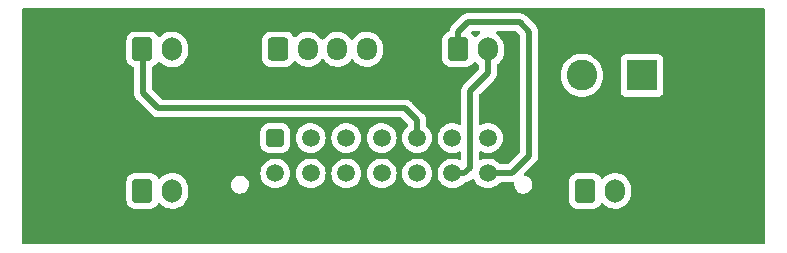
<source format=gbr>
%TF.GenerationSoftware,KiCad,Pcbnew,7.0.10*%
%TF.CreationDate,2025-02-27T15:13:31+08:00*%
%TF.ProjectId,V0-UmbilicalBoard,56302d55-6d62-4696-9c69-63616c426f61,rev?*%
%TF.SameCoordinates,Original*%
%TF.FileFunction,Copper,L2,Bot*%
%TF.FilePolarity,Positive*%
%FSLAX46Y46*%
G04 Gerber Fmt 4.6, Leading zero omitted, Abs format (unit mm)*
G04 Created by KiCad (PCBNEW 7.0.10) date 2025-02-27 15:13:31*
%MOMM*%
%LPD*%
G01*
G04 APERTURE LIST*
G04 Aperture macros list*
%AMRoundRect*
0 Rectangle with rounded corners*
0 $1 Rounding radius*
0 $2 $3 $4 $5 $6 $7 $8 $9 X,Y pos of 4 corners*
0 Add a 4 corners polygon primitive as box body*
4,1,4,$2,$3,$4,$5,$6,$7,$8,$9,$2,$3,0*
0 Add four circle primitives for the rounded corners*
1,1,$1+$1,$2,$3*
1,1,$1+$1,$4,$5*
1,1,$1+$1,$6,$7*
1,1,$1+$1,$8,$9*
0 Add four rect primitives between the rounded corners*
20,1,$1+$1,$2,$3,$4,$5,0*
20,1,$1+$1,$4,$5,$6,$7,0*
20,1,$1+$1,$6,$7,$8,$9,0*
20,1,$1+$1,$8,$9,$2,$3,0*%
G04 Aperture macros list end*
%TA.AperFunction,ComponentPad*%
%ADD10RoundRect,0.250000X-0.600000X-0.725000X0.600000X-0.725000X0.600000X0.725000X-0.600000X0.725000X0*%
%TD*%
%TA.AperFunction,ComponentPad*%
%ADD11O,1.700000X1.950000*%
%TD*%
%TA.AperFunction,ComponentPad*%
%ADD12C,6.400000*%
%TD*%
%TA.AperFunction,ComponentPad*%
%ADD13RoundRect,0.250000X-0.600000X-0.750000X0.600000X-0.750000X0.600000X0.750000X-0.600000X0.750000X0*%
%TD*%
%TA.AperFunction,ComponentPad*%
%ADD14O,1.700000X2.000000*%
%TD*%
%TA.AperFunction,ComponentPad*%
%ADD15R,2.600000X2.600000*%
%TD*%
%TA.AperFunction,ComponentPad*%
%ADD16C,2.600000*%
%TD*%
%TA.AperFunction,ComponentPad*%
%ADD17RoundRect,0.250001X-0.499999X-0.499999X0.499999X-0.499999X0.499999X0.499999X-0.499999X0.499999X0*%
%TD*%
%TA.AperFunction,ComponentPad*%
%ADD18C,1.500000*%
%TD*%
%TA.AperFunction,Conductor*%
%ADD19C,0.500000*%
%TD*%
G04 APERTURE END LIST*
D10*
%TO.P,J2,1,Pin_1*%
%TO.N,/A1*%
X109250000Y-103475000D03*
D11*
%TO.P,J2,2,Pin_2*%
%TO.N,/A2*%
X111750000Y-103475000D03*
%TO.P,J2,3,Pin_3*%
%TO.N,/B1*%
X114250000Y-103475000D03*
%TO.P,J2,4,Pin_4*%
%TO.N,/B2*%
X116750000Y-103475000D03*
%TD*%
D12*
%TO.P,H1,1,1*%
%TO.N,GND*%
X91000000Y-110000000D03*
%TD*%
D13*
%TO.P,J3,1,Pin_1*%
%TO.N,/Hotend_Fan-*%
X135250000Y-115475000D03*
D14*
%TO.P,J3,2,Pin_2*%
%TO.N,/Hotend_Fan+*%
X137750000Y-115475000D03*
%TD*%
D15*
%TO.P,J5,1,Pin_1*%
%TO.N,Net-(J1-Pin_7)*%
X140045000Y-105695000D03*
D16*
%TO.P,J5,2,Pin_2*%
%TO.N,Net-(J1-Pin_6)*%
X134965000Y-105695000D03*
%TD*%
D12*
%TO.P,H2,1,1*%
%TO.N,GND*%
X147000000Y-110000000D03*
%TD*%
D13*
%TO.P,J7,1,Pin_1*%
%TO.N,Net-(J1-Pin_5)*%
X97750000Y-103500000D03*
D14*
%TO.P,J7,2,Pin_2*%
%TO.N,Net-(J1-Pin_8)*%
X100250000Y-103500000D03*
%TD*%
D13*
%TO.P,J4,1,Pin_1*%
%TO.N,/PartFan+*%
X97750000Y-115475000D03*
D14*
%TO.P,J4,2,Pin_2*%
%TO.N,/PartFan-*%
X100250000Y-115475000D03*
%TD*%
D13*
%TO.P,J6,1,Pin_1*%
%TO.N,Net-(J1-Pin_14)*%
X124500000Y-103500000D03*
D14*
%TO.P,J6,2,Pin_2*%
%TO.N,Net-(J1-Pin_13)*%
X127000000Y-103500000D03*
%TD*%
D17*
%TO.P,J1,1,Pin_1*%
%TO.N,/A1*%
X109000000Y-111000000D03*
D18*
%TO.P,J1,2,Pin_2*%
%TO.N,/A2*%
X112000000Y-111000000D03*
%TO.P,J1,3,Pin_3*%
%TO.N,/B1*%
X115000000Y-111000000D03*
%TO.P,J1,4,Pin_4*%
%TO.N,/B2*%
X118000000Y-111000000D03*
%TO.P,J1,5,Pin_5*%
%TO.N,Net-(J1-Pin_5)*%
X121000000Y-111000000D03*
%TO.P,J1,6,Pin_6*%
%TO.N,Net-(J1-Pin_6)*%
X124000000Y-111000000D03*
%TO.P,J1,7,Pin_7*%
%TO.N,Net-(J1-Pin_7)*%
X127000000Y-111000000D03*
%TO.P,J1,8,Pin_8*%
%TO.N,Net-(J1-Pin_8)*%
X109000000Y-114000000D03*
%TO.P,J1,9,Pin_9*%
%TO.N,/PartFan+*%
X112000000Y-114000000D03*
%TO.P,J1,10,Pin_10*%
%TO.N,/PartFan-*%
X115000000Y-114000000D03*
%TO.P,J1,11,Pin_11*%
%TO.N,/Hotend_Fan-*%
X118000000Y-114000000D03*
%TO.P,J1,12,Pin_12*%
%TO.N,/Hotend_Fan+*%
X121000000Y-114000000D03*
%TO.P,J1,13,Pin_13*%
%TO.N,Net-(J1-Pin_13)*%
X124000000Y-114000000D03*
%TO.P,J1,14,Pin_14*%
%TO.N,Net-(J1-Pin_14)*%
X127000000Y-114000000D03*
%TD*%
D19*
%TO.N,Net-(J1-Pin_5)*%
X121000000Y-111000000D02*
X121000000Y-109500000D01*
X97800000Y-107200000D02*
X97800000Y-103550000D01*
X97800000Y-103550000D02*
X97750000Y-103500000D01*
X99100000Y-108500000D02*
X97800000Y-107200000D01*
X121000000Y-109500000D02*
X120000000Y-108500000D01*
X120000000Y-108500000D02*
X99100000Y-108500000D01*
%TO.N,Net-(J1-Pin_13)*%
X127000000Y-105500000D02*
X125500000Y-107000000D01*
X125500000Y-113500000D02*
X125000000Y-114000000D01*
X125500000Y-107000000D02*
X125500000Y-113500000D01*
X127000000Y-103500000D02*
X127000000Y-105500000D01*
X125000000Y-114000000D02*
X124000000Y-114000000D01*
%TO.N,Net-(J1-Pin_14)*%
X125300000Y-101200000D02*
X129700000Y-101200000D01*
X124500000Y-103500000D02*
X124500000Y-102000000D01*
X129000000Y-114000000D02*
X127000000Y-114000000D01*
X130500000Y-112500000D02*
X129000000Y-114000000D01*
X129700000Y-101200000D02*
X130500000Y-102000000D01*
X124500000Y-102000000D02*
X125300000Y-101200000D01*
X130500000Y-102000000D02*
X130500000Y-112500000D01*
%TD*%
%TA.AperFunction,Conductor*%
%TO.N,GND*%
G36*
X150417539Y-100045185D02*
G01*
X150463294Y-100097989D01*
X150474500Y-100149500D01*
X150474500Y-119850500D01*
X150454815Y-119917539D01*
X150402011Y-119963294D01*
X150350500Y-119974500D01*
X87649500Y-119974500D01*
X87582461Y-119954815D01*
X87536706Y-119902011D01*
X87525500Y-119850500D01*
X87525500Y-116275537D01*
X96391500Y-116275537D01*
X96391501Y-116275553D01*
X96402113Y-116379427D01*
X96457884Y-116547735D01*
X96457886Y-116547740D01*
X96470626Y-116568394D01*
X96550970Y-116698652D01*
X96676348Y-116824030D01*
X96827262Y-116917115D01*
X96995574Y-116972887D01*
X97099455Y-116983500D01*
X98400544Y-116983499D01*
X98504426Y-116972887D01*
X98672738Y-116917115D01*
X98823652Y-116824030D01*
X98949030Y-116698652D01*
X99040417Y-116550489D01*
X99092363Y-116503768D01*
X99161326Y-116492545D01*
X99225408Y-116520389D01*
X99235468Y-116529780D01*
X99349228Y-116648476D01*
X99535153Y-116785985D01*
X99741643Y-116890095D01*
X99962757Y-116957811D01*
X100192135Y-116987184D01*
X100423178Y-116977369D01*
X100649238Y-116928649D01*
X100863813Y-116842426D01*
X101060730Y-116721179D01*
X101234324Y-116568398D01*
X101379600Y-116388476D01*
X101442692Y-116275537D01*
X133891500Y-116275537D01*
X133891501Y-116275553D01*
X133902113Y-116379427D01*
X133957884Y-116547735D01*
X133957886Y-116547740D01*
X133970626Y-116568394D01*
X134050970Y-116698652D01*
X134176348Y-116824030D01*
X134327262Y-116917115D01*
X134495574Y-116972887D01*
X134599455Y-116983500D01*
X135900544Y-116983499D01*
X136004426Y-116972887D01*
X136172738Y-116917115D01*
X136323652Y-116824030D01*
X136449030Y-116698652D01*
X136540417Y-116550489D01*
X136592363Y-116503768D01*
X136661326Y-116492545D01*
X136725408Y-116520389D01*
X136735468Y-116529780D01*
X136849228Y-116648476D01*
X137035153Y-116785985D01*
X137241643Y-116890095D01*
X137462757Y-116957811D01*
X137692135Y-116987184D01*
X137923178Y-116977369D01*
X138149238Y-116928649D01*
X138363813Y-116842426D01*
X138560730Y-116721179D01*
X138734324Y-116568398D01*
X138879600Y-116388476D01*
X138992380Y-116186591D01*
X139069419Y-115968550D01*
X139079946Y-115907153D01*
X139108499Y-115740634D01*
X139108500Y-115740623D01*
X139108500Y-115267287D01*
X139108499Y-115267269D01*
X139093802Y-115094586D01*
X139035530Y-114870793D01*
X139035528Y-114870786D01*
X138940283Y-114660080D01*
X138940276Y-114660068D01*
X138810790Y-114468486D01*
X138810786Y-114468481D01*
X138810783Y-114468477D01*
X138650772Y-114301524D01*
X138464847Y-114164015D01*
X138464846Y-114164014D01*
X138464844Y-114164013D01*
X138258358Y-114059905D01*
X138130888Y-114020867D01*
X138037243Y-113992189D01*
X138037241Y-113992188D01*
X138037242Y-113992188D01*
X137807859Y-113962815D01*
X137576827Y-113972630D01*
X137576821Y-113972630D01*
X137350759Y-114021351D01*
X137136190Y-114107572D01*
X136939270Y-114228820D01*
X136765679Y-114381599D01*
X136765674Y-114381604D01*
X136741757Y-114411224D01*
X136684326Y-114451015D01*
X136614498Y-114453440D01*
X136554444Y-114417728D01*
X136539747Y-114398423D01*
X136449030Y-114251348D01*
X136323652Y-114125970D01*
X136172738Y-114032885D01*
X136073487Y-113999997D01*
X136004427Y-113977113D01*
X135900545Y-113966500D01*
X134599462Y-113966500D01*
X134599446Y-113966501D01*
X134495572Y-113977113D01*
X134327264Y-114032884D01*
X134327259Y-114032886D01*
X134176346Y-114125971D01*
X134050971Y-114251346D01*
X133957886Y-114402259D01*
X133957884Y-114402264D01*
X133902113Y-114570572D01*
X133891500Y-114674447D01*
X133891500Y-116275537D01*
X101442692Y-116275537D01*
X101492380Y-116186591D01*
X101569419Y-115968550D01*
X101579946Y-115907153D01*
X101608499Y-115740634D01*
X101608500Y-115740623D01*
X101608500Y-115267287D01*
X101608499Y-115267269D01*
X101593802Y-115094586D01*
X101565143Y-114984520D01*
X105235618Y-114984520D01*
X105255025Y-115094586D01*
X105266489Y-115159599D01*
X105295033Y-115225772D01*
X105336904Y-115322839D01*
X105443067Y-115465439D01*
X105579254Y-115579714D01*
X105657990Y-115619257D01*
X105738118Y-115659499D01*
X105738119Y-115659499D01*
X105738123Y-115659501D01*
X105911110Y-115700500D01*
X105911113Y-115700500D01*
X106044285Y-115700500D01*
X106044292Y-115700500D01*
X106176577Y-115685038D01*
X106343635Y-115624234D01*
X106492168Y-115526543D01*
X106614167Y-115397231D01*
X106703057Y-115243269D01*
X106754045Y-115072958D01*
X106764382Y-114895480D01*
X106733511Y-114720401D01*
X106663096Y-114557162D01*
X106642744Y-114529825D01*
X106556932Y-114414560D01*
X106420746Y-114300286D01*
X106420744Y-114300285D01*
X106261881Y-114220500D01*
X106257122Y-114219372D01*
X106088890Y-114179500D01*
X105955708Y-114179500D01*
X105839958Y-114193029D01*
X105823422Y-114194962D01*
X105823419Y-114194963D01*
X105656367Y-114255764D01*
X105557343Y-114320893D01*
X105507832Y-114353457D01*
X105507831Y-114353457D01*
X105507831Y-114353458D01*
X105385833Y-114482767D01*
X105296944Y-114636728D01*
X105245955Y-114807041D01*
X105245954Y-114807046D01*
X105235618Y-114984519D01*
X105235618Y-114984520D01*
X101565143Y-114984520D01*
X101535530Y-114870793D01*
X101535528Y-114870786D01*
X101440283Y-114660080D01*
X101440276Y-114660068D01*
X101310790Y-114468486D01*
X101310786Y-114468481D01*
X101310783Y-114468477D01*
X101150772Y-114301524D01*
X100964847Y-114164015D01*
X100964846Y-114164014D01*
X100964844Y-114164013D01*
X100758358Y-114059905D01*
X100630888Y-114020867D01*
X100562756Y-114000002D01*
X107736693Y-114000002D01*
X107755884Y-114219365D01*
X107755885Y-114219372D01*
X107758417Y-114228820D01*
X107812880Y-114432076D01*
X107812881Y-114432079D01*
X107812882Y-114432081D01*
X107889781Y-114596992D01*
X107905944Y-114631654D01*
X108032251Y-114812038D01*
X108187962Y-114967749D01*
X108368346Y-115094056D01*
X108567924Y-115187120D01*
X108780629Y-115244115D01*
X108937322Y-115257823D01*
X108999998Y-115263307D01*
X109000000Y-115263307D01*
X109000002Y-115263307D01*
X109054842Y-115258509D01*
X109219371Y-115244115D01*
X109432076Y-115187120D01*
X109631654Y-115094056D01*
X109812038Y-114967749D01*
X109967749Y-114812038D01*
X110094056Y-114631654D01*
X110187120Y-114432076D01*
X110244115Y-114219371D01*
X110263307Y-114000002D01*
X110736693Y-114000002D01*
X110755884Y-114219365D01*
X110755885Y-114219372D01*
X110758417Y-114228820D01*
X110812880Y-114432076D01*
X110812881Y-114432079D01*
X110812882Y-114432081D01*
X110889781Y-114596992D01*
X110905944Y-114631654D01*
X111032251Y-114812038D01*
X111187962Y-114967749D01*
X111368346Y-115094056D01*
X111567924Y-115187120D01*
X111780629Y-115244115D01*
X111937322Y-115257823D01*
X111999998Y-115263307D01*
X112000000Y-115263307D01*
X112000002Y-115263307D01*
X112054842Y-115258509D01*
X112219371Y-115244115D01*
X112432076Y-115187120D01*
X112631654Y-115094056D01*
X112812038Y-114967749D01*
X112967749Y-114812038D01*
X113094056Y-114631654D01*
X113187120Y-114432076D01*
X113244115Y-114219371D01*
X113263307Y-114000002D01*
X113736693Y-114000002D01*
X113755884Y-114219365D01*
X113755885Y-114219372D01*
X113758417Y-114228820D01*
X113812880Y-114432076D01*
X113812881Y-114432079D01*
X113812882Y-114432081D01*
X113889781Y-114596992D01*
X113905944Y-114631654D01*
X114032251Y-114812038D01*
X114187962Y-114967749D01*
X114368346Y-115094056D01*
X114567924Y-115187120D01*
X114780629Y-115244115D01*
X114937322Y-115257823D01*
X114999998Y-115263307D01*
X115000000Y-115263307D01*
X115000002Y-115263307D01*
X115054842Y-115258509D01*
X115219371Y-115244115D01*
X115432076Y-115187120D01*
X115631654Y-115094056D01*
X115812038Y-114967749D01*
X115967749Y-114812038D01*
X116094056Y-114631654D01*
X116187120Y-114432076D01*
X116244115Y-114219371D01*
X116263307Y-114000002D01*
X116736693Y-114000002D01*
X116755884Y-114219365D01*
X116755885Y-114219372D01*
X116758417Y-114228820D01*
X116812880Y-114432076D01*
X116812881Y-114432079D01*
X116812882Y-114432081D01*
X116889781Y-114596992D01*
X116905944Y-114631654D01*
X117032251Y-114812038D01*
X117187962Y-114967749D01*
X117368346Y-115094056D01*
X117567924Y-115187120D01*
X117780629Y-115244115D01*
X117937322Y-115257823D01*
X117999998Y-115263307D01*
X118000000Y-115263307D01*
X118000002Y-115263307D01*
X118054842Y-115258509D01*
X118219371Y-115244115D01*
X118432076Y-115187120D01*
X118631654Y-115094056D01*
X118812038Y-114967749D01*
X118967749Y-114812038D01*
X119094056Y-114631654D01*
X119187120Y-114432076D01*
X119244115Y-114219371D01*
X119263307Y-114000002D01*
X119736693Y-114000002D01*
X119755884Y-114219365D01*
X119755885Y-114219372D01*
X119758417Y-114228820D01*
X119812880Y-114432076D01*
X119812881Y-114432079D01*
X119812882Y-114432081D01*
X119889781Y-114596992D01*
X119905944Y-114631654D01*
X120032251Y-114812038D01*
X120187962Y-114967749D01*
X120368346Y-115094056D01*
X120567924Y-115187120D01*
X120780629Y-115244115D01*
X120937322Y-115257823D01*
X120999998Y-115263307D01*
X121000000Y-115263307D01*
X121000002Y-115263307D01*
X121054842Y-115258509D01*
X121219371Y-115244115D01*
X121432076Y-115187120D01*
X121631654Y-115094056D01*
X121812038Y-114967749D01*
X121967749Y-114812038D01*
X122094056Y-114631654D01*
X122187120Y-114432076D01*
X122244115Y-114219371D01*
X122263307Y-114000002D01*
X122736693Y-114000002D01*
X122755884Y-114219365D01*
X122755885Y-114219372D01*
X122758417Y-114228820D01*
X122812880Y-114432076D01*
X122812881Y-114432079D01*
X122812882Y-114432081D01*
X122889781Y-114596992D01*
X122905944Y-114631654D01*
X123032251Y-114812038D01*
X123187962Y-114967749D01*
X123368346Y-115094056D01*
X123567924Y-115187120D01*
X123780629Y-115244115D01*
X123937322Y-115257823D01*
X123999998Y-115263307D01*
X124000000Y-115263307D01*
X124000002Y-115263307D01*
X124054842Y-115258509D01*
X124219371Y-115244115D01*
X124432076Y-115187120D01*
X124631654Y-115094056D01*
X124812038Y-114967749D01*
X124967749Y-114812038D01*
X124969845Y-114809043D01*
X124971112Y-114808031D01*
X124971228Y-114807893D01*
X124971255Y-114807916D01*
X125024416Y-114765414D01*
X125057022Y-114756998D01*
X125075343Y-114754856D01*
X125078851Y-114754498D01*
X125129822Y-114750039D01*
X125154418Y-114747888D01*
X125154420Y-114747887D01*
X125154426Y-114747887D01*
X125154431Y-114747885D01*
X125161493Y-114746427D01*
X125161502Y-114746474D01*
X125169097Y-114744790D01*
X125169087Y-114744744D01*
X125176108Y-114743079D01*
X125176113Y-114743079D01*
X125247414Y-114717126D01*
X125250708Y-114715981D01*
X125322738Y-114692114D01*
X125322744Y-114692110D01*
X125329284Y-114689061D01*
X125329305Y-114689106D01*
X125336302Y-114685719D01*
X125336280Y-114685675D01*
X125342728Y-114682436D01*
X125342732Y-114682435D01*
X125406103Y-114640753D01*
X125409110Y-114638837D01*
X125473651Y-114599030D01*
X125473656Y-114599024D01*
X125479319Y-114594548D01*
X125479350Y-114594587D01*
X125485374Y-114589680D01*
X125485342Y-114589642D01*
X125490864Y-114585006D01*
X125490874Y-114585001D01*
X125542962Y-114529789D01*
X125545409Y-114527270D01*
X125632873Y-114439806D01*
X125694194Y-114406323D01*
X125763886Y-114411307D01*
X125819819Y-114453179D01*
X125832934Y-114475084D01*
X125905943Y-114631653D01*
X126001241Y-114767751D01*
X126032251Y-114812038D01*
X126187962Y-114967749D01*
X126368346Y-115094056D01*
X126567924Y-115187120D01*
X126780629Y-115244115D01*
X126937322Y-115257823D01*
X126999998Y-115263307D01*
X127000000Y-115263307D01*
X127000002Y-115263307D01*
X127054842Y-115258509D01*
X127219371Y-115244115D01*
X127432076Y-115187120D01*
X127631654Y-115094056D01*
X127812038Y-114967749D01*
X127967749Y-114812038D01*
X127968213Y-114811376D01*
X127968489Y-114811155D01*
X127971231Y-114807888D01*
X127971887Y-114808438D01*
X128022790Y-114767751D01*
X128069787Y-114758500D01*
X128935706Y-114758500D01*
X128953676Y-114759809D01*
X128956174Y-114760174D01*
X128977789Y-114763341D01*
X129027727Y-114758971D01*
X129038534Y-114758500D01*
X129044175Y-114758500D01*
X129044180Y-114758500D01*
X129075371Y-114754853D01*
X129078844Y-114754498D01*
X129106948Y-114752040D01*
X129175447Y-114765807D01*
X129225630Y-114814423D01*
X129241562Y-114882452D01*
X129241543Y-114882777D01*
X129235617Y-114984518D01*
X129235618Y-114984520D01*
X129255025Y-115094586D01*
X129266489Y-115159599D01*
X129295033Y-115225772D01*
X129336904Y-115322839D01*
X129443067Y-115465439D01*
X129579254Y-115579714D01*
X129657990Y-115619257D01*
X129738118Y-115659499D01*
X129738119Y-115659499D01*
X129738123Y-115659501D01*
X129911110Y-115700500D01*
X129911113Y-115700500D01*
X130044285Y-115700500D01*
X130044292Y-115700500D01*
X130176577Y-115685038D01*
X130343635Y-115624234D01*
X130492168Y-115526543D01*
X130614167Y-115397231D01*
X130703057Y-115243269D01*
X130754045Y-115072958D01*
X130764382Y-114895480D01*
X130733511Y-114720401D01*
X130663096Y-114557162D01*
X130642744Y-114529825D01*
X130556932Y-114414560D01*
X130420746Y-114300286D01*
X130420744Y-114300285D01*
X130261877Y-114220498D01*
X130146862Y-114193239D01*
X130086169Y-114158625D01*
X130053826Y-114096692D01*
X130060099Y-114027105D01*
X130087776Y-113984903D01*
X130990880Y-113081799D01*
X131004506Y-113070023D01*
X131024058Y-113055469D01*
X131043543Y-113032247D01*
X131056274Y-113017075D01*
X131063590Y-113009090D01*
X131067580Y-113005101D01*
X131087043Y-112980485D01*
X131089245Y-112977781D01*
X131138032Y-112919640D01*
X131138033Y-112919636D01*
X131138036Y-112919634D01*
X131142003Y-112913603D01*
X131142044Y-112913630D01*
X131146219Y-112907076D01*
X131146177Y-112907050D01*
X131149963Y-112900910D01*
X131149967Y-112900906D01*
X131182008Y-112832189D01*
X131183563Y-112828975D01*
X131217609Y-112761188D01*
X131217611Y-112761179D01*
X131220080Y-112754399D01*
X131220126Y-112754416D01*
X131222678Y-112747075D01*
X131222631Y-112747060D01*
X131224898Y-112740214D01*
X131224902Y-112740207D01*
X131240252Y-112665861D01*
X131240997Y-112662499D01*
X131258500Y-112588656D01*
X131258500Y-112588652D01*
X131258501Y-112588648D01*
X131259339Y-112581483D01*
X131259386Y-112581488D01*
X131260176Y-112573757D01*
X131260129Y-112573753D01*
X131260758Y-112566562D01*
X131258552Y-112490741D01*
X131258500Y-112487135D01*
X131258500Y-105695004D01*
X133151429Y-105695004D01*
X133171683Y-105965289D01*
X133171684Y-105965294D01*
X133231997Y-106229545D01*
X133231999Y-106229554D01*
X133232001Y-106229559D01*
X133331029Y-106481879D01*
X133466557Y-106716621D01*
X133635558Y-106928542D01*
X133834257Y-107112907D01*
X134058215Y-107265599D01*
X134302428Y-107383206D01*
X134561442Y-107463101D01*
X134561443Y-107463101D01*
X134561446Y-107463102D01*
X134829464Y-107503499D01*
X134829469Y-107503499D01*
X134829472Y-107503500D01*
X134829473Y-107503500D01*
X135100527Y-107503500D01*
X135100528Y-107503500D01*
X135143726Y-107496989D01*
X135368553Y-107463102D01*
X135368554Y-107463101D01*
X135368558Y-107463101D01*
X135627572Y-107383206D01*
X135871786Y-107265599D01*
X136095743Y-107112907D01*
X136170380Y-107043654D01*
X138236500Y-107043654D01*
X138243011Y-107104202D01*
X138243011Y-107104204D01*
X138289083Y-107227724D01*
X138294111Y-107241204D01*
X138381739Y-107358261D01*
X138498796Y-107445889D01*
X138635799Y-107496989D01*
X138663050Y-107499918D01*
X138696345Y-107503499D01*
X138696362Y-107503500D01*
X141393638Y-107503500D01*
X141393654Y-107503499D01*
X141420692Y-107500591D01*
X141454201Y-107496989D01*
X141591204Y-107445889D01*
X141708261Y-107358261D01*
X141795889Y-107241204D01*
X141846989Y-107104201D01*
X141850591Y-107070692D01*
X141853499Y-107043654D01*
X141853500Y-107043637D01*
X141853500Y-104346362D01*
X141853499Y-104346345D01*
X141850157Y-104315270D01*
X141846989Y-104285799D01*
X141843451Y-104276314D01*
X141819312Y-104211594D01*
X141795889Y-104148796D01*
X141708261Y-104031739D01*
X141591204Y-103944111D01*
X141589681Y-103943543D01*
X141454203Y-103893011D01*
X141393654Y-103886500D01*
X141393638Y-103886500D01*
X138696362Y-103886500D01*
X138696345Y-103886500D01*
X138635797Y-103893011D01*
X138635795Y-103893011D01*
X138498795Y-103944111D01*
X138381739Y-104031739D01*
X138294111Y-104148795D01*
X138243011Y-104285795D01*
X138243011Y-104285797D01*
X138236500Y-104346345D01*
X138236500Y-107043654D01*
X136170380Y-107043654D01*
X136294442Y-106928542D01*
X136463443Y-106716621D01*
X136598971Y-106481879D01*
X136697999Y-106229559D01*
X136758315Y-105965299D01*
X136762189Y-105913603D01*
X136778571Y-105695004D01*
X136778571Y-105694995D01*
X136758316Y-105424710D01*
X136758315Y-105424705D01*
X136758315Y-105424701D01*
X136697999Y-105160441D01*
X136598971Y-104908121D01*
X136463443Y-104673379D01*
X136294442Y-104461458D01*
X136095743Y-104277093D01*
X135871786Y-104124401D01*
X135871780Y-104124398D01*
X135871779Y-104124397D01*
X135871778Y-104124396D01*
X135627574Y-104006795D01*
X135627576Y-104006795D01*
X135368559Y-103926899D01*
X135368553Y-103926897D01*
X135100535Y-103886500D01*
X135100528Y-103886500D01*
X134829472Y-103886500D01*
X134829464Y-103886500D01*
X134561446Y-103926897D01*
X134561440Y-103926899D01*
X134302427Y-104006794D01*
X134058219Y-104124398D01*
X133834256Y-104277093D01*
X133635560Y-104461456D01*
X133635558Y-104461458D01*
X133466557Y-104673379D01*
X133331029Y-104908120D01*
X133232003Y-105160435D01*
X133231997Y-105160454D01*
X133171684Y-105424705D01*
X133171683Y-105424710D01*
X133151429Y-105694995D01*
X133151429Y-105695004D01*
X131258500Y-105695004D01*
X131258500Y-102064294D01*
X131259809Y-102046324D01*
X131263341Y-102022208D01*
X131258972Y-101972275D01*
X131258500Y-101961466D01*
X131258500Y-101955824D01*
X131258499Y-101955815D01*
X131254862Y-101924700D01*
X131254495Y-101921108D01*
X131247887Y-101845576D01*
X131246427Y-101838503D01*
X131246473Y-101838493D01*
X131244790Y-101830902D01*
X131244744Y-101830914D01*
X131243079Y-101823893D01*
X131243079Y-101823887D01*
X131217120Y-101752566D01*
X131215981Y-101749290D01*
X131192114Y-101677262D01*
X131192111Y-101677257D01*
X131189061Y-101670715D01*
X131189105Y-101670694D01*
X131185717Y-101663695D01*
X131185674Y-101663717D01*
X131182437Y-101657271D01*
X131181534Y-101655898D01*
X131140717Y-101593840D01*
X131138834Y-101590883D01*
X131099030Y-101526349D01*
X131094553Y-101520687D01*
X131094590Y-101520656D01*
X131089681Y-101514629D01*
X131089645Y-101514660D01*
X131085002Y-101509127D01*
X131029825Y-101457070D01*
X131027238Y-101454557D01*
X130281804Y-100709123D01*
X130270022Y-100695490D01*
X130255472Y-100675946D01*
X130255471Y-100675945D01*
X130255469Y-100675942D01*
X130248615Y-100670191D01*
X130217059Y-100643711D01*
X130209085Y-100636404D01*
X130205102Y-100632421D01*
X130205096Y-100632416D01*
X130180512Y-100612976D01*
X130177719Y-100610701D01*
X130119642Y-100561970D01*
X130119640Y-100561968D01*
X130119635Y-100561965D01*
X130113605Y-100557999D01*
X130113630Y-100557959D01*
X130107069Y-100553779D01*
X130107045Y-100553820D01*
X130100907Y-100550034D01*
X130100906Y-100550033D01*
X130100903Y-100550032D01*
X130100899Y-100550029D01*
X130032160Y-100517974D01*
X130028916Y-100516404D01*
X129961185Y-100482389D01*
X129954401Y-100479920D01*
X129954416Y-100479876D01*
X129947071Y-100477322D01*
X129947057Y-100477367D01*
X129940205Y-100475096D01*
X129865926Y-100459758D01*
X129862408Y-100458978D01*
X129788653Y-100441499D01*
X129781482Y-100440661D01*
X129781487Y-100440612D01*
X129773757Y-100439822D01*
X129773753Y-100439870D01*
X129766562Y-100439240D01*
X129690707Y-100441448D01*
X129687101Y-100441500D01*
X125364294Y-100441500D01*
X125346324Y-100440191D01*
X125322206Y-100436658D01*
X125275411Y-100440753D01*
X125272272Y-100441028D01*
X125261466Y-100441500D01*
X125255816Y-100441500D01*
X125224680Y-100445139D01*
X125221097Y-100445505D01*
X125145574Y-100452112D01*
X125138506Y-100453572D01*
X125138496Y-100453528D01*
X125130906Y-100455210D01*
X125130917Y-100455254D01*
X125123886Y-100456920D01*
X125052652Y-100482847D01*
X125049249Y-100484030D01*
X124977262Y-100507885D01*
X124970720Y-100510936D01*
X124970700Y-100510894D01*
X124963696Y-100514285D01*
X124963717Y-100514326D01*
X124957264Y-100517566D01*
X124893900Y-100559241D01*
X124890861Y-100561178D01*
X124826346Y-100600972D01*
X124820683Y-100605450D01*
X124820653Y-100605413D01*
X124814627Y-100610322D01*
X124814657Y-100610357D01*
X124809126Y-100614997D01*
X124757052Y-100670191D01*
X124754541Y-100672776D01*
X124009122Y-101418195D01*
X123995495Y-101429973D01*
X123975941Y-101444531D01*
X123943713Y-101482938D01*
X123936421Y-101490897D01*
X123932420Y-101494898D01*
X123912983Y-101519479D01*
X123910710Y-101522269D01*
X123861967Y-101580360D01*
X123858001Y-101586391D01*
X123857963Y-101586366D01*
X123853782Y-101592928D01*
X123853821Y-101592952D01*
X123850035Y-101599088D01*
X123831168Y-101639547D01*
X123817967Y-101667855D01*
X123816412Y-101671068D01*
X123782391Y-101738810D01*
X123779923Y-101745593D01*
X123779878Y-101745576D01*
X123777322Y-101752932D01*
X123777366Y-101752947D01*
X123775096Y-101759794D01*
X123759758Y-101834073D01*
X123758978Y-101837589D01*
X123741499Y-101911344D01*
X123740661Y-101918519D01*
X123740612Y-101918513D01*
X123738935Y-101934920D01*
X123738028Y-101939310D01*
X123705187Y-102000980D01*
X123655598Y-102031927D01*
X123577262Y-102057885D01*
X123577259Y-102057886D01*
X123426346Y-102150971D01*
X123300971Y-102276346D01*
X123207886Y-102427259D01*
X123207884Y-102427264D01*
X123152113Y-102595572D01*
X123141500Y-102699447D01*
X123141500Y-104300537D01*
X123141501Y-104300553D01*
X123152113Y-104404427D01*
X123207884Y-104572735D01*
X123207886Y-104572740D01*
X123220626Y-104593394D01*
X123300970Y-104723652D01*
X123426348Y-104849030D01*
X123577262Y-104942115D01*
X123745574Y-104997887D01*
X123849455Y-105008500D01*
X125150544Y-105008499D01*
X125254426Y-104997887D01*
X125422738Y-104942115D01*
X125573652Y-104849030D01*
X125699030Y-104723652D01*
X125790417Y-104575489D01*
X125842363Y-104528768D01*
X125911326Y-104517545D01*
X125975408Y-104545389D01*
X125985468Y-104554780D01*
X126099228Y-104673476D01*
X126191235Y-104741523D01*
X126233429Y-104797211D01*
X126241500Y-104841218D01*
X126241500Y-105134456D01*
X126221815Y-105201495D01*
X126205181Y-105222137D01*
X125009122Y-106418195D01*
X124995495Y-106429973D01*
X124975941Y-106444531D01*
X124943713Y-106482938D01*
X124936421Y-106490897D01*
X124932420Y-106494898D01*
X124912983Y-106519479D01*
X124910710Y-106522269D01*
X124861967Y-106580360D01*
X124858001Y-106586391D01*
X124857963Y-106586366D01*
X124853782Y-106592928D01*
X124853821Y-106592952D01*
X124850035Y-106599088D01*
X124831168Y-106639547D01*
X124817967Y-106667855D01*
X124816412Y-106671068D01*
X124782391Y-106738810D01*
X124779923Y-106745593D01*
X124779878Y-106745576D01*
X124777322Y-106752932D01*
X124777366Y-106752947D01*
X124775096Y-106759794D01*
X124759758Y-106834073D01*
X124758978Y-106837589D01*
X124741499Y-106911344D01*
X124740661Y-106918519D01*
X124740613Y-106918513D01*
X124739823Y-106926244D01*
X124739870Y-106926249D01*
X124739240Y-106933438D01*
X124741448Y-107009290D01*
X124741500Y-107012897D01*
X124741500Y-109762525D01*
X124721815Y-109829564D01*
X124669011Y-109875319D01*
X124599853Y-109885263D01*
X124565096Y-109874907D01*
X124432081Y-109812882D01*
X124432079Y-109812881D01*
X124432076Y-109812880D01*
X124280777Y-109772339D01*
X124219372Y-109755885D01*
X124219365Y-109755884D01*
X124000002Y-109736693D01*
X123999998Y-109736693D01*
X123780634Y-109755884D01*
X123780627Y-109755885D01*
X123567920Y-109812881D01*
X123368346Y-109905944D01*
X123368342Y-109905946D01*
X123187967Y-110032247D01*
X123187960Y-110032252D01*
X123032252Y-110187960D01*
X123032247Y-110187967D01*
X122905946Y-110368342D01*
X122905944Y-110368346D01*
X122812881Y-110567920D01*
X122755885Y-110780627D01*
X122755884Y-110780634D01*
X122736693Y-110999997D01*
X122736693Y-111000000D01*
X122755885Y-111219371D01*
X122812880Y-111432076D01*
X122905944Y-111631654D01*
X123032251Y-111812038D01*
X123187962Y-111967749D01*
X123368346Y-112094056D01*
X123567924Y-112187120D01*
X123780629Y-112244115D01*
X123937322Y-112257823D01*
X123999998Y-112263307D01*
X124000000Y-112263307D01*
X124000002Y-112263307D01*
X124054957Y-112258499D01*
X124219371Y-112244115D01*
X124432076Y-112187120D01*
X124565097Y-112125091D01*
X124634173Y-112114600D01*
X124697957Y-112143120D01*
X124736196Y-112201596D01*
X124741500Y-112237474D01*
X124741500Y-112762525D01*
X124721815Y-112829564D01*
X124669011Y-112875319D01*
X124599853Y-112885263D01*
X124565096Y-112874907D01*
X124432081Y-112812882D01*
X124432079Y-112812881D01*
X124432076Y-112812880D01*
X124280777Y-112772339D01*
X124219372Y-112755885D01*
X124219365Y-112755884D01*
X124000002Y-112736693D01*
X123999998Y-112736693D01*
X123780634Y-112755884D01*
X123780627Y-112755885D01*
X123567920Y-112812881D01*
X123368346Y-112905944D01*
X123368342Y-112905946D01*
X123187967Y-113032247D01*
X123187960Y-113032252D01*
X123032252Y-113187960D01*
X123032247Y-113187967D01*
X122905946Y-113368342D01*
X122905944Y-113368346D01*
X122812881Y-113567920D01*
X122755885Y-113780627D01*
X122755884Y-113780634D01*
X122736693Y-113999997D01*
X122736693Y-114000002D01*
X122263307Y-114000002D01*
X122263307Y-114000000D01*
X122260912Y-113972630D01*
X122244115Y-113780634D01*
X122244115Y-113780629D01*
X122187120Y-113567924D01*
X122094056Y-113368347D01*
X122094054Y-113368344D01*
X122094053Y-113368342D01*
X121991453Y-113221815D01*
X121967749Y-113187962D01*
X121812038Y-113032251D01*
X121631654Y-112905944D01*
X121620850Y-112900906D01*
X121432081Y-112812882D01*
X121432079Y-112812881D01*
X121432076Y-112812880D01*
X121280777Y-112772339D01*
X121219372Y-112755885D01*
X121219365Y-112755884D01*
X121000002Y-112736693D01*
X120999998Y-112736693D01*
X120780634Y-112755884D01*
X120780627Y-112755885D01*
X120567920Y-112812881D01*
X120368346Y-112905944D01*
X120368342Y-112905946D01*
X120187967Y-113032247D01*
X120187960Y-113032252D01*
X120032252Y-113187960D01*
X120032247Y-113187967D01*
X119905946Y-113368342D01*
X119905944Y-113368346D01*
X119812881Y-113567920D01*
X119755885Y-113780627D01*
X119755884Y-113780634D01*
X119736693Y-113999997D01*
X119736693Y-114000002D01*
X119263307Y-114000002D01*
X119263307Y-114000000D01*
X119260912Y-113972630D01*
X119244115Y-113780634D01*
X119244115Y-113780629D01*
X119187120Y-113567924D01*
X119094056Y-113368347D01*
X119094054Y-113368344D01*
X119094053Y-113368342D01*
X118991453Y-113221815D01*
X118967749Y-113187962D01*
X118812038Y-113032251D01*
X118631654Y-112905944D01*
X118620850Y-112900906D01*
X118432081Y-112812882D01*
X118432079Y-112812881D01*
X118432076Y-112812880D01*
X118280777Y-112772339D01*
X118219372Y-112755885D01*
X118219365Y-112755884D01*
X118000002Y-112736693D01*
X117999998Y-112736693D01*
X117780634Y-112755884D01*
X117780627Y-112755885D01*
X117567920Y-112812881D01*
X117368346Y-112905944D01*
X117368342Y-112905946D01*
X117187967Y-113032247D01*
X117187960Y-113032252D01*
X117032252Y-113187960D01*
X117032247Y-113187967D01*
X116905946Y-113368342D01*
X116905944Y-113368346D01*
X116812881Y-113567920D01*
X116755885Y-113780627D01*
X116755884Y-113780634D01*
X116736693Y-113999997D01*
X116736693Y-114000002D01*
X116263307Y-114000002D01*
X116263307Y-114000000D01*
X116260912Y-113972630D01*
X116244115Y-113780634D01*
X116244115Y-113780629D01*
X116187120Y-113567924D01*
X116094056Y-113368347D01*
X116094054Y-113368344D01*
X116094053Y-113368342D01*
X115991453Y-113221815D01*
X115967749Y-113187962D01*
X115812038Y-113032251D01*
X115631654Y-112905944D01*
X115620850Y-112900906D01*
X115432081Y-112812882D01*
X115432079Y-112812881D01*
X115432076Y-112812880D01*
X115280777Y-112772339D01*
X115219372Y-112755885D01*
X115219365Y-112755884D01*
X115000002Y-112736693D01*
X114999998Y-112736693D01*
X114780634Y-112755884D01*
X114780627Y-112755885D01*
X114567920Y-112812881D01*
X114368346Y-112905944D01*
X114368342Y-112905946D01*
X114187967Y-113032247D01*
X114187960Y-113032252D01*
X114032252Y-113187960D01*
X114032247Y-113187967D01*
X113905946Y-113368342D01*
X113905944Y-113368346D01*
X113812881Y-113567920D01*
X113755885Y-113780627D01*
X113755884Y-113780634D01*
X113736693Y-113999997D01*
X113736693Y-114000002D01*
X113263307Y-114000002D01*
X113263307Y-114000000D01*
X113260912Y-113972630D01*
X113244115Y-113780634D01*
X113244115Y-113780629D01*
X113187120Y-113567924D01*
X113094056Y-113368347D01*
X113094054Y-113368344D01*
X113094053Y-113368342D01*
X112991453Y-113221815D01*
X112967749Y-113187962D01*
X112812038Y-113032251D01*
X112631654Y-112905944D01*
X112620850Y-112900906D01*
X112432081Y-112812882D01*
X112432079Y-112812881D01*
X112432076Y-112812880D01*
X112280777Y-112772339D01*
X112219372Y-112755885D01*
X112219365Y-112755884D01*
X112000002Y-112736693D01*
X111999998Y-112736693D01*
X111780634Y-112755884D01*
X111780627Y-112755885D01*
X111567920Y-112812881D01*
X111368346Y-112905944D01*
X111368342Y-112905946D01*
X111187967Y-113032247D01*
X111187960Y-113032252D01*
X111032252Y-113187960D01*
X111032247Y-113187967D01*
X110905946Y-113368342D01*
X110905944Y-113368346D01*
X110812881Y-113567920D01*
X110755885Y-113780627D01*
X110755884Y-113780634D01*
X110736693Y-113999997D01*
X110736693Y-114000002D01*
X110263307Y-114000002D01*
X110263307Y-114000000D01*
X110260912Y-113972630D01*
X110244115Y-113780634D01*
X110244115Y-113780629D01*
X110187120Y-113567924D01*
X110094056Y-113368347D01*
X110094054Y-113368344D01*
X110094053Y-113368342D01*
X109991453Y-113221815D01*
X109967749Y-113187962D01*
X109812038Y-113032251D01*
X109631654Y-112905944D01*
X109620850Y-112900906D01*
X109432081Y-112812882D01*
X109432079Y-112812881D01*
X109432076Y-112812880D01*
X109280777Y-112772339D01*
X109219372Y-112755885D01*
X109219365Y-112755884D01*
X109000002Y-112736693D01*
X108999998Y-112736693D01*
X108780634Y-112755884D01*
X108780627Y-112755885D01*
X108567920Y-112812881D01*
X108368346Y-112905944D01*
X108368342Y-112905946D01*
X108187967Y-113032247D01*
X108187960Y-113032252D01*
X108032252Y-113187960D01*
X108032247Y-113187967D01*
X107905946Y-113368342D01*
X107905944Y-113368346D01*
X107812881Y-113567920D01*
X107755885Y-113780627D01*
X107755884Y-113780634D01*
X107736693Y-113999997D01*
X107736693Y-114000002D01*
X100562756Y-114000002D01*
X100537243Y-113992189D01*
X100537241Y-113992188D01*
X100537242Y-113992188D01*
X100307859Y-113962815D01*
X100076827Y-113972630D01*
X100076821Y-113972630D01*
X99850759Y-114021351D01*
X99636190Y-114107572D01*
X99439270Y-114228820D01*
X99265679Y-114381599D01*
X99265674Y-114381604D01*
X99241757Y-114411224D01*
X99184326Y-114451015D01*
X99114498Y-114453440D01*
X99054444Y-114417728D01*
X99039747Y-114398423D01*
X98949030Y-114251348D01*
X98823652Y-114125970D01*
X98672738Y-114032885D01*
X98573487Y-113999997D01*
X98504427Y-113977113D01*
X98400545Y-113966500D01*
X97099462Y-113966500D01*
X97099446Y-113966501D01*
X96995572Y-113977113D01*
X96827264Y-114032884D01*
X96827259Y-114032886D01*
X96676346Y-114125971D01*
X96550971Y-114251346D01*
X96457886Y-114402259D01*
X96457884Y-114402264D01*
X96402113Y-114570572D01*
X96391500Y-114674447D01*
X96391500Y-116275537D01*
X87525500Y-116275537D01*
X87525500Y-111550551D01*
X107741500Y-111550551D01*
X107752113Y-111654428D01*
X107807883Y-111822735D01*
X107807884Y-111822738D01*
X107900967Y-111973647D01*
X107900970Y-111973651D01*
X108026348Y-112099029D01*
X108026352Y-112099032D01*
X108177261Y-112192115D01*
X108177264Y-112192116D01*
X108345571Y-112247886D01*
X108345572Y-112247886D01*
X108345575Y-112247887D01*
X108449456Y-112258500D01*
X108449461Y-112258500D01*
X109550539Y-112258500D01*
X109550544Y-112258500D01*
X109654425Y-112247887D01*
X109822738Y-112192115D01*
X109973651Y-112099030D01*
X110099030Y-111973651D01*
X110192115Y-111822738D01*
X110247887Y-111654425D01*
X110258500Y-111550544D01*
X110258500Y-111000000D01*
X110736693Y-111000000D01*
X110755885Y-111219371D01*
X110812880Y-111432076D01*
X110905944Y-111631654D01*
X111032251Y-111812038D01*
X111187962Y-111967749D01*
X111368346Y-112094056D01*
X111567924Y-112187120D01*
X111780629Y-112244115D01*
X111937322Y-112257823D01*
X111999998Y-112263307D01*
X112000000Y-112263307D01*
X112000002Y-112263307D01*
X112054957Y-112258499D01*
X112219371Y-112244115D01*
X112432076Y-112187120D01*
X112631654Y-112094056D01*
X112812038Y-111967749D01*
X112967749Y-111812038D01*
X113094056Y-111631654D01*
X113187120Y-111432076D01*
X113244115Y-111219371D01*
X113263307Y-111000000D01*
X113736693Y-111000000D01*
X113755885Y-111219371D01*
X113812880Y-111432076D01*
X113905944Y-111631654D01*
X114032251Y-111812038D01*
X114187962Y-111967749D01*
X114368346Y-112094056D01*
X114567924Y-112187120D01*
X114780629Y-112244115D01*
X114937322Y-112257823D01*
X114999998Y-112263307D01*
X115000000Y-112263307D01*
X115000002Y-112263307D01*
X115054957Y-112258499D01*
X115219371Y-112244115D01*
X115432076Y-112187120D01*
X115631654Y-112094056D01*
X115812038Y-111967749D01*
X115967749Y-111812038D01*
X116094056Y-111631654D01*
X116187120Y-111432076D01*
X116244115Y-111219371D01*
X116263307Y-111000000D01*
X116736693Y-111000000D01*
X116755885Y-111219371D01*
X116812880Y-111432076D01*
X116905944Y-111631654D01*
X117032251Y-111812038D01*
X117187962Y-111967749D01*
X117368346Y-112094056D01*
X117567924Y-112187120D01*
X117780629Y-112244115D01*
X117937322Y-112257823D01*
X117999998Y-112263307D01*
X118000000Y-112263307D01*
X118000002Y-112263307D01*
X118054957Y-112258499D01*
X118219371Y-112244115D01*
X118432076Y-112187120D01*
X118631654Y-112094056D01*
X118812038Y-111967749D01*
X118967749Y-111812038D01*
X119094056Y-111631654D01*
X119187120Y-111432076D01*
X119244115Y-111219371D01*
X119263307Y-111000000D01*
X119244115Y-110780629D01*
X119187120Y-110567924D01*
X119094056Y-110368347D01*
X119094054Y-110368344D01*
X119094053Y-110368342D01*
X119030902Y-110278154D01*
X118967749Y-110187962D01*
X118812038Y-110032251D01*
X118631654Y-109905944D01*
X118565978Y-109875319D01*
X118432081Y-109812882D01*
X118432079Y-109812881D01*
X118432076Y-109812880D01*
X118280777Y-109772339D01*
X118219372Y-109755885D01*
X118219365Y-109755884D01*
X118000002Y-109736693D01*
X117999998Y-109736693D01*
X117780634Y-109755884D01*
X117780627Y-109755885D01*
X117567920Y-109812881D01*
X117368346Y-109905944D01*
X117368342Y-109905946D01*
X117187967Y-110032247D01*
X117187960Y-110032252D01*
X117032252Y-110187960D01*
X117032247Y-110187967D01*
X116905946Y-110368342D01*
X116905944Y-110368346D01*
X116812881Y-110567920D01*
X116755885Y-110780627D01*
X116755884Y-110780634D01*
X116736693Y-110999997D01*
X116736693Y-111000000D01*
X116263307Y-111000000D01*
X116244115Y-110780629D01*
X116187120Y-110567924D01*
X116094056Y-110368347D01*
X116094054Y-110368344D01*
X116094053Y-110368342D01*
X116030902Y-110278154D01*
X115967749Y-110187962D01*
X115812038Y-110032251D01*
X115631654Y-109905944D01*
X115565978Y-109875319D01*
X115432081Y-109812882D01*
X115432079Y-109812881D01*
X115432076Y-109812880D01*
X115280777Y-109772339D01*
X115219372Y-109755885D01*
X115219365Y-109755884D01*
X115000002Y-109736693D01*
X114999998Y-109736693D01*
X114780634Y-109755884D01*
X114780627Y-109755885D01*
X114567920Y-109812881D01*
X114368346Y-109905944D01*
X114368342Y-109905946D01*
X114187967Y-110032247D01*
X114187960Y-110032252D01*
X114032252Y-110187960D01*
X114032247Y-110187967D01*
X113905946Y-110368342D01*
X113905944Y-110368346D01*
X113812881Y-110567920D01*
X113755885Y-110780627D01*
X113755884Y-110780634D01*
X113736693Y-110999997D01*
X113736693Y-111000000D01*
X113263307Y-111000000D01*
X113244115Y-110780629D01*
X113187120Y-110567924D01*
X113094056Y-110368347D01*
X113094054Y-110368344D01*
X113094053Y-110368342D01*
X113030902Y-110278154D01*
X112967749Y-110187962D01*
X112812038Y-110032251D01*
X112631654Y-109905944D01*
X112565978Y-109875319D01*
X112432081Y-109812882D01*
X112432079Y-109812881D01*
X112432076Y-109812880D01*
X112280777Y-109772339D01*
X112219372Y-109755885D01*
X112219365Y-109755884D01*
X112000002Y-109736693D01*
X111999998Y-109736693D01*
X111780634Y-109755884D01*
X111780627Y-109755885D01*
X111567920Y-109812881D01*
X111368346Y-109905944D01*
X111368342Y-109905946D01*
X111187967Y-110032247D01*
X111187960Y-110032252D01*
X111032252Y-110187960D01*
X111032247Y-110187967D01*
X110905946Y-110368342D01*
X110905944Y-110368346D01*
X110812881Y-110567920D01*
X110755885Y-110780627D01*
X110755884Y-110780634D01*
X110736693Y-110999997D01*
X110736693Y-111000000D01*
X110258500Y-111000000D01*
X110258500Y-110449456D01*
X110247887Y-110345575D01*
X110247886Y-110345571D01*
X110192116Y-110177264D01*
X110192115Y-110177261D01*
X110099032Y-110026352D01*
X110099029Y-110026348D01*
X109973651Y-109900970D01*
X109973647Y-109900967D01*
X109822738Y-109807884D01*
X109822735Y-109807883D01*
X109654428Y-109752113D01*
X109550551Y-109741500D01*
X109550544Y-109741500D01*
X108449456Y-109741500D01*
X108449448Y-109741500D01*
X108345571Y-109752113D01*
X108177264Y-109807883D01*
X108177261Y-109807884D01*
X108026352Y-109900967D01*
X108026348Y-109900970D01*
X107900970Y-110026348D01*
X107900967Y-110026352D01*
X107807884Y-110177261D01*
X107807883Y-110177264D01*
X107752113Y-110345571D01*
X107741500Y-110449448D01*
X107741500Y-111550551D01*
X87525500Y-111550551D01*
X87525500Y-104300537D01*
X96391500Y-104300537D01*
X96391501Y-104300553D01*
X96402113Y-104404427D01*
X96457884Y-104572735D01*
X96457886Y-104572740D01*
X96470626Y-104593394D01*
X96550970Y-104723652D01*
X96676348Y-104849030D01*
X96827262Y-104942115D01*
X96956504Y-104984940D01*
X97013948Y-105024712D01*
X97040772Y-105089227D01*
X97041500Y-105102646D01*
X97041500Y-107135706D01*
X97040191Y-107153676D01*
X97036658Y-107177791D01*
X97041028Y-107227724D01*
X97041500Y-107238533D01*
X97041500Y-107244183D01*
X97045139Y-107275322D01*
X97045505Y-107278905D01*
X97052112Y-107354426D01*
X97053572Y-107361494D01*
X97053526Y-107361503D01*
X97055209Y-107369094D01*
X97055254Y-107369084D01*
X97056919Y-107376110D01*
X97082854Y-107447367D01*
X97084037Y-107450770D01*
X97101511Y-107503499D01*
X97107886Y-107522738D01*
X97107889Y-107522743D01*
X97110940Y-107529286D01*
X97110896Y-107529306D01*
X97114284Y-107536304D01*
X97114327Y-107536283D01*
X97117568Y-107542737D01*
X97159245Y-107606103D01*
X97161167Y-107609120D01*
X97200970Y-107673651D01*
X97200971Y-107673652D01*
X97200973Y-107673655D01*
X97205451Y-107679318D01*
X97205413Y-107679347D01*
X97210320Y-107685372D01*
X97210357Y-107685342D01*
X97215002Y-107690877D01*
X97270172Y-107742927D01*
X97272760Y-107745441D01*
X98518196Y-108990877D01*
X98529977Y-109004509D01*
X98544531Y-109024058D01*
X98582935Y-109056283D01*
X98590901Y-109063582D01*
X98594900Y-109067581D01*
X98619470Y-109087008D01*
X98622266Y-109089286D01*
X98668006Y-109127665D01*
X98680360Y-109138032D01*
X98680362Y-109138033D01*
X98686396Y-109142002D01*
X98686370Y-109142041D01*
X98692927Y-109146218D01*
X98692953Y-109146178D01*
X98699091Y-109149964D01*
X98699095Y-109149967D01*
X98767831Y-109182019D01*
X98771044Y-109183574D01*
X98838812Y-109217609D01*
X98838817Y-109217610D01*
X98845606Y-109220082D01*
X98845589Y-109220128D01*
X98852924Y-109222677D01*
X98852940Y-109222632D01*
X98859789Y-109224902D01*
X98859794Y-109224903D01*
X98934150Y-109240256D01*
X98937557Y-109241011D01*
X99011344Y-109258500D01*
X99011350Y-109258500D01*
X99018517Y-109259338D01*
X99018511Y-109259386D01*
X99026242Y-109260177D01*
X99026247Y-109260130D01*
X99033437Y-109260759D01*
X99033441Y-109260758D01*
X99033442Y-109260759D01*
X99109293Y-109258552D01*
X99112899Y-109258500D01*
X119634457Y-109258500D01*
X119701496Y-109278185D01*
X119722138Y-109294819D01*
X120205181Y-109777862D01*
X120238666Y-109839185D01*
X120241500Y-109865543D01*
X120241500Y-109930212D01*
X120221815Y-109997251D01*
X120191839Y-110028444D01*
X120192112Y-110028769D01*
X120189093Y-110031302D01*
X120188637Y-110031777D01*
X120187974Y-110032240D01*
X120187958Y-110032254D01*
X120032252Y-110187960D01*
X120032247Y-110187967D01*
X119905946Y-110368342D01*
X119905944Y-110368346D01*
X119812881Y-110567920D01*
X119755885Y-110780627D01*
X119755884Y-110780634D01*
X119736693Y-110999997D01*
X119736693Y-111000000D01*
X119755885Y-111219371D01*
X119812880Y-111432076D01*
X119905944Y-111631654D01*
X120032251Y-111812038D01*
X120187962Y-111967749D01*
X120368346Y-112094056D01*
X120567924Y-112187120D01*
X120780629Y-112244115D01*
X120937322Y-112257823D01*
X120999998Y-112263307D01*
X121000000Y-112263307D01*
X121000002Y-112263307D01*
X121054957Y-112258499D01*
X121219371Y-112244115D01*
X121432076Y-112187120D01*
X121631654Y-112094056D01*
X121812038Y-111967749D01*
X121967749Y-111812038D01*
X122094056Y-111631654D01*
X122187120Y-111432076D01*
X122244115Y-111219371D01*
X122263307Y-111000000D01*
X122244115Y-110780629D01*
X122187120Y-110567924D01*
X122094056Y-110368347D01*
X122094054Y-110368344D01*
X122094053Y-110368342D01*
X122030902Y-110278154D01*
X121967749Y-110187962D01*
X121812038Y-110032251D01*
X121812035Y-110032249D01*
X121812025Y-110032240D01*
X121811363Y-110031777D01*
X121811140Y-110031497D01*
X121807888Y-110028769D01*
X121808436Y-110028115D01*
X121767745Y-109977194D01*
X121758500Y-109930212D01*
X121758500Y-109564294D01*
X121759809Y-109546324D01*
X121763341Y-109522208D01*
X121758972Y-109472275D01*
X121758500Y-109461466D01*
X121758500Y-109455824D01*
X121758499Y-109455815D01*
X121754862Y-109424700D01*
X121754495Y-109421108D01*
X121747887Y-109345576D01*
X121746427Y-109338503D01*
X121746473Y-109338493D01*
X121744790Y-109330902D01*
X121744744Y-109330914D01*
X121743079Y-109323893D01*
X121743079Y-109323887D01*
X121717120Y-109252566D01*
X121715981Y-109249290D01*
X121692114Y-109177262D01*
X121692111Y-109177257D01*
X121689061Y-109170715D01*
X121689105Y-109170694D01*
X121685717Y-109163695D01*
X121685674Y-109163717D01*
X121682437Y-109157271D01*
X121669782Y-109138031D01*
X121640717Y-109093840D01*
X121638834Y-109090883D01*
X121599030Y-109026349D01*
X121594553Y-109020687D01*
X121594590Y-109020656D01*
X121589681Y-109014629D01*
X121589645Y-109014660D01*
X121585002Y-109009127D01*
X121529825Y-108957070D01*
X121527238Y-108954557D01*
X120581804Y-108009123D01*
X120570022Y-107995490D01*
X120555472Y-107975946D01*
X120555471Y-107975945D01*
X120555469Y-107975942D01*
X120554380Y-107975028D01*
X120517059Y-107943711D01*
X120509085Y-107936404D01*
X120505102Y-107932421D01*
X120505096Y-107932416D01*
X120480512Y-107912976D01*
X120477719Y-107910701D01*
X120419642Y-107861970D01*
X120419640Y-107861968D01*
X120419635Y-107861965D01*
X120413605Y-107857999D01*
X120413630Y-107857959D01*
X120407069Y-107853779D01*
X120407045Y-107853820D01*
X120400907Y-107850034D01*
X120400906Y-107850033D01*
X120400903Y-107850032D01*
X120400899Y-107850029D01*
X120332160Y-107817974D01*
X120328916Y-107816404D01*
X120261185Y-107782389D01*
X120254401Y-107779920D01*
X120254416Y-107779876D01*
X120247071Y-107777322D01*
X120247057Y-107777367D01*
X120240205Y-107775096D01*
X120165926Y-107759758D01*
X120162408Y-107758978D01*
X120088653Y-107741499D01*
X120081482Y-107740661D01*
X120081487Y-107740612D01*
X120073757Y-107739822D01*
X120073753Y-107739870D01*
X120066562Y-107739240D01*
X119990707Y-107741448D01*
X119987101Y-107741500D01*
X99465543Y-107741500D01*
X99398504Y-107721815D01*
X99377862Y-107705181D01*
X98594819Y-106922138D01*
X98561334Y-106860815D01*
X98558500Y-106834457D01*
X98558500Y-105069510D01*
X98578185Y-105002471D01*
X98630989Y-104956716D01*
X98643492Y-104951805D01*
X98672738Y-104942115D01*
X98823652Y-104849030D01*
X98949030Y-104723652D01*
X99040417Y-104575489D01*
X99092363Y-104528768D01*
X99161326Y-104517545D01*
X99225408Y-104545389D01*
X99235468Y-104554780D01*
X99349228Y-104673476D01*
X99535153Y-104810985D01*
X99741643Y-104915095D01*
X99962757Y-104982811D01*
X100192135Y-105012184D01*
X100423178Y-105002369D01*
X100649238Y-104953649D01*
X100863813Y-104867426D01*
X101060730Y-104746179D01*
X101234324Y-104593398D01*
X101379600Y-104413476D01*
X101470623Y-104250537D01*
X107891500Y-104250537D01*
X107891501Y-104250553D01*
X107902113Y-104354427D01*
X107957884Y-104522735D01*
X107957886Y-104522740D01*
X107961604Y-104528768D01*
X108050970Y-104673652D01*
X108176348Y-104799030D01*
X108327262Y-104892115D01*
X108495574Y-104947887D01*
X108599455Y-104958500D01*
X109900544Y-104958499D01*
X110004426Y-104947887D01*
X110172738Y-104892115D01*
X110323652Y-104799030D01*
X110449030Y-104673652D01*
X110540417Y-104525489D01*
X110592363Y-104478768D01*
X110661326Y-104467545D01*
X110725408Y-104495389D01*
X110735468Y-104504780D01*
X110849228Y-104623476D01*
X111035153Y-104760985D01*
X111241643Y-104865095D01*
X111462757Y-104932811D01*
X111692135Y-104962184D01*
X111923178Y-104952369D01*
X112149238Y-104903649D01*
X112363813Y-104817426D01*
X112560730Y-104696179D01*
X112734324Y-104543398D01*
X112879600Y-104363476D01*
X112893030Y-104339434D01*
X112942906Y-104290509D01*
X113011318Y-104276314D01*
X113076545Y-104301359D01*
X113104019Y-104330470D01*
X113189209Y-104456512D01*
X113189212Y-104456516D01*
X113189217Y-104456523D01*
X113349228Y-104623476D01*
X113535153Y-104760985D01*
X113741643Y-104865095D01*
X113962757Y-104932811D01*
X114192135Y-104962184D01*
X114423178Y-104952369D01*
X114649238Y-104903649D01*
X114863813Y-104817426D01*
X115060730Y-104696179D01*
X115234324Y-104543398D01*
X115379600Y-104363476D01*
X115393030Y-104339434D01*
X115442906Y-104290509D01*
X115511318Y-104276314D01*
X115576545Y-104301359D01*
X115604019Y-104330470D01*
X115689209Y-104456512D01*
X115689212Y-104456516D01*
X115689217Y-104456523D01*
X115849228Y-104623476D01*
X116035153Y-104760985D01*
X116241643Y-104865095D01*
X116462757Y-104932811D01*
X116692135Y-104962184D01*
X116923178Y-104952369D01*
X117149238Y-104903649D01*
X117363813Y-104817426D01*
X117560730Y-104696179D01*
X117734324Y-104543398D01*
X117879600Y-104363476D01*
X117992380Y-104161591D01*
X118069419Y-103943550D01*
X118079946Y-103882153D01*
X118108499Y-103715634D01*
X118108500Y-103715623D01*
X118108500Y-103292287D01*
X118108499Y-103292269D01*
X118093802Y-103119586D01*
X118035530Y-102895793D01*
X118035529Y-102895789D01*
X117940283Y-102685080D01*
X117940276Y-102685068D01*
X117810790Y-102493486D01*
X117810786Y-102493481D01*
X117810783Y-102493477D01*
X117650772Y-102326524D01*
X117464847Y-102189015D01*
X117464846Y-102189014D01*
X117464844Y-102189013D01*
X117258358Y-102084905D01*
X117053641Y-102022211D01*
X117037243Y-102017189D01*
X117037241Y-102017188D01*
X117037242Y-102017188D01*
X116807859Y-101987815D01*
X116576827Y-101997630D01*
X116576821Y-101997630D01*
X116350759Y-102046351D01*
X116136190Y-102132572D01*
X115939270Y-102253820D01*
X115765679Y-102406599D01*
X115765672Y-102406605D01*
X115620404Y-102586517D01*
X115620397Y-102586527D01*
X115606968Y-102610567D01*
X115557089Y-102659493D01*
X115488675Y-102673685D01*
X115423450Y-102648637D01*
X115395980Y-102619529D01*
X115310790Y-102493487D01*
X115310788Y-102493485D01*
X115310783Y-102493477D01*
X115150772Y-102326524D01*
X114964847Y-102189015D01*
X114964846Y-102189014D01*
X114964844Y-102189013D01*
X114758358Y-102084905D01*
X114553641Y-102022211D01*
X114537243Y-102017189D01*
X114537241Y-102017188D01*
X114537242Y-102017188D01*
X114307859Y-101987815D01*
X114076827Y-101997630D01*
X114076821Y-101997630D01*
X113850759Y-102046351D01*
X113636190Y-102132572D01*
X113439270Y-102253820D01*
X113265679Y-102406599D01*
X113265672Y-102406605D01*
X113120404Y-102586517D01*
X113120397Y-102586527D01*
X113106968Y-102610567D01*
X113057089Y-102659493D01*
X112988675Y-102673685D01*
X112923450Y-102648637D01*
X112895980Y-102619529D01*
X112810790Y-102493487D01*
X112810788Y-102493485D01*
X112810783Y-102493477D01*
X112650772Y-102326524D01*
X112464847Y-102189015D01*
X112464846Y-102189014D01*
X112464844Y-102189013D01*
X112258358Y-102084905D01*
X112053641Y-102022211D01*
X112037243Y-102017189D01*
X112037241Y-102017188D01*
X112037242Y-102017188D01*
X111807859Y-101987815D01*
X111576827Y-101997630D01*
X111576821Y-101997630D01*
X111350759Y-102046351D01*
X111136190Y-102132572D01*
X110939270Y-102253820D01*
X110765679Y-102406599D01*
X110765674Y-102406604D01*
X110741757Y-102436224D01*
X110684326Y-102476015D01*
X110614498Y-102478440D01*
X110554444Y-102442728D01*
X110539747Y-102423423D01*
X110449030Y-102276348D01*
X110323652Y-102150970D01*
X110172738Y-102057885D01*
X110116247Y-102039166D01*
X110004427Y-102002113D01*
X109900545Y-101991500D01*
X108599462Y-101991500D01*
X108599446Y-101991501D01*
X108495572Y-102002113D01*
X108327264Y-102057884D01*
X108327259Y-102057886D01*
X108176346Y-102150971D01*
X108050971Y-102276346D01*
X107957886Y-102427259D01*
X107957884Y-102427264D01*
X107902113Y-102595572D01*
X107891500Y-102699447D01*
X107891500Y-104250537D01*
X101470623Y-104250537D01*
X101492380Y-104211591D01*
X101569419Y-103993550D01*
X101587774Y-103886500D01*
X101608499Y-103765634D01*
X101608500Y-103765623D01*
X101608500Y-103292287D01*
X101608499Y-103292269D01*
X101593802Y-103119586D01*
X101535530Y-102895793D01*
X101535529Y-102895789D01*
X101440283Y-102685080D01*
X101440276Y-102685068D01*
X101310790Y-102493486D01*
X101310786Y-102493481D01*
X101310783Y-102493477D01*
X101150772Y-102326524D01*
X100964847Y-102189015D01*
X100964846Y-102189014D01*
X100964844Y-102189013D01*
X100758358Y-102084905D01*
X100553641Y-102022211D01*
X100537243Y-102017189D01*
X100537241Y-102017188D01*
X100537242Y-102017188D01*
X100307859Y-101987815D01*
X100076827Y-101997630D01*
X100076821Y-101997630D01*
X99850759Y-102046351D01*
X99636190Y-102132572D01*
X99439270Y-102253820D01*
X99265679Y-102406599D01*
X99265674Y-102406604D01*
X99241757Y-102436224D01*
X99184326Y-102476015D01*
X99114498Y-102478440D01*
X99054444Y-102442728D01*
X99039747Y-102423423D01*
X98949030Y-102276348D01*
X98823652Y-102150970D01*
X98672738Y-102057885D01*
X98616247Y-102039166D01*
X98504427Y-102002113D01*
X98400545Y-101991500D01*
X97099462Y-101991500D01*
X97099446Y-101991501D01*
X96995572Y-102002113D01*
X96827264Y-102057884D01*
X96827259Y-102057886D01*
X96676346Y-102150971D01*
X96550971Y-102276346D01*
X96457886Y-102427259D01*
X96457884Y-102427264D01*
X96402113Y-102595572D01*
X96391500Y-102699447D01*
X96391500Y-104300537D01*
X87525500Y-104300537D01*
X87525500Y-100149500D01*
X87545185Y-100082461D01*
X87597989Y-100036706D01*
X87649500Y-100025500D01*
X150350500Y-100025500D01*
X150417539Y-100045185D01*
G37*
%TD.AperFunction*%
%TD*%
%TA.AperFunction,NonConductor*%
G36*
X126298049Y-101978185D02*
G01*
X126343804Y-102030989D01*
X126353748Y-102100147D01*
X126324723Y-102163703D01*
X126296025Y-102188089D01*
X126274093Y-102201592D01*
X126189270Y-102253820D01*
X126015679Y-102406599D01*
X126015674Y-102406604D01*
X125991757Y-102436224D01*
X125934326Y-102476015D01*
X125864498Y-102478440D01*
X125804444Y-102442728D01*
X125789747Y-102423423D01*
X125699030Y-102276348D01*
X125592863Y-102170181D01*
X125559379Y-102108858D01*
X125564363Y-102039166D01*
X125606235Y-101983233D01*
X125671699Y-101958816D01*
X125680545Y-101958500D01*
X126231010Y-101958500D01*
X126298049Y-101978185D01*
G37*
%TD.AperFunction*%
%TA.AperFunction,NonConductor*%
G36*
X129401496Y-101978185D02*
G01*
X129422138Y-101994819D01*
X129705181Y-102277862D01*
X129738666Y-102339185D01*
X129741500Y-102365543D01*
X129741500Y-112134457D01*
X129721815Y-112201496D01*
X129705181Y-112222138D01*
X128722138Y-113205181D01*
X128660815Y-113238666D01*
X128634457Y-113241500D01*
X128069787Y-113241500D01*
X128002748Y-113221815D01*
X127971557Y-113191838D01*
X127971231Y-113192112D01*
X127968683Y-113189076D01*
X127968213Y-113188624D01*
X127967754Y-113187969D01*
X127967753Y-113187968D01*
X127967749Y-113187962D01*
X127812038Y-113032251D01*
X127631654Y-112905944D01*
X127620850Y-112900906D01*
X127432081Y-112812882D01*
X127432079Y-112812881D01*
X127432076Y-112812880D01*
X127280777Y-112772339D01*
X127219372Y-112755885D01*
X127219365Y-112755884D01*
X127000002Y-112736693D01*
X126999998Y-112736693D01*
X126780634Y-112755884D01*
X126780627Y-112755885D01*
X126657815Y-112788793D01*
X126567924Y-112812880D01*
X126567922Y-112812880D01*
X126567918Y-112812882D01*
X126434904Y-112874907D01*
X126365827Y-112885399D01*
X126302043Y-112856879D01*
X126263804Y-112798402D01*
X126258500Y-112762525D01*
X126258500Y-112237474D01*
X126278185Y-112170435D01*
X126330989Y-112124680D01*
X126400147Y-112114736D01*
X126434900Y-112125090D01*
X126567924Y-112187120D01*
X126780629Y-112244115D01*
X126937322Y-112257823D01*
X126999998Y-112263307D01*
X127000000Y-112263307D01*
X127000002Y-112263307D01*
X127054957Y-112258499D01*
X127219371Y-112244115D01*
X127432076Y-112187120D01*
X127631654Y-112094056D01*
X127812038Y-111967749D01*
X127967749Y-111812038D01*
X128094056Y-111631654D01*
X128187120Y-111432076D01*
X128244115Y-111219371D01*
X128263307Y-111000000D01*
X128244115Y-110780629D01*
X128187120Y-110567924D01*
X128094056Y-110368347D01*
X128094054Y-110368344D01*
X128094053Y-110368342D01*
X128030902Y-110278154D01*
X127967749Y-110187962D01*
X127812038Y-110032251D01*
X127631654Y-109905944D01*
X127565978Y-109875319D01*
X127432081Y-109812882D01*
X127432079Y-109812881D01*
X127432076Y-109812880D01*
X127280777Y-109772339D01*
X127219372Y-109755885D01*
X127219365Y-109755884D01*
X127000002Y-109736693D01*
X126999998Y-109736693D01*
X126780634Y-109755884D01*
X126780627Y-109755885D01*
X126657815Y-109788793D01*
X126567924Y-109812880D01*
X126567922Y-109812880D01*
X126567918Y-109812882D01*
X126434904Y-109874907D01*
X126365827Y-109885399D01*
X126302043Y-109856879D01*
X126263804Y-109798402D01*
X126258500Y-109762525D01*
X126258500Y-107365542D01*
X126278185Y-107298503D01*
X126294814Y-107277865D01*
X127490880Y-106081799D01*
X127504506Y-106070023D01*
X127524058Y-106055469D01*
X127524060Y-106055467D01*
X127556274Y-106017075D01*
X127563590Y-106009090D01*
X127567580Y-106005101D01*
X127587043Y-105980485D01*
X127589245Y-105977781D01*
X127638032Y-105919640D01*
X127638033Y-105919636D01*
X127638036Y-105919634D01*
X127642003Y-105913603D01*
X127642044Y-105913630D01*
X127646219Y-105907076D01*
X127646177Y-105907050D01*
X127649963Y-105900910D01*
X127649967Y-105900906D01*
X127682008Y-105832189D01*
X127683563Y-105828975D01*
X127717609Y-105761188D01*
X127717611Y-105761179D01*
X127720080Y-105754399D01*
X127720126Y-105754416D01*
X127722678Y-105747075D01*
X127722631Y-105747060D01*
X127724898Y-105740214D01*
X127724902Y-105740207D01*
X127740252Y-105665861D01*
X127740997Y-105662499D01*
X127758500Y-105588656D01*
X127758500Y-105588652D01*
X127758501Y-105588648D01*
X127759339Y-105581483D01*
X127759386Y-105581488D01*
X127760176Y-105573757D01*
X127760129Y-105573753D01*
X127760758Y-105566562D01*
X127758552Y-105490741D01*
X127758500Y-105487135D01*
X127758500Y-104847327D01*
X127778185Y-104780288D01*
X127806821Y-104749710D01*
X127806776Y-104749659D01*
X127807305Y-104749192D01*
X127808773Y-104747626D01*
X127810719Y-104746185D01*
X127810730Y-104746179D01*
X127984324Y-104593398D01*
X128129600Y-104413476D01*
X128242380Y-104211591D01*
X128319419Y-103993550D01*
X128337774Y-103886500D01*
X128358499Y-103765634D01*
X128358500Y-103765623D01*
X128358500Y-103292287D01*
X128358499Y-103292269D01*
X128343802Y-103119586D01*
X128285530Y-102895793D01*
X128285529Y-102895789D01*
X128190283Y-102685080D01*
X128190276Y-102685068D01*
X128060790Y-102493486D01*
X128060786Y-102493481D01*
X128060783Y-102493477D01*
X127900772Y-102326524D01*
X127714847Y-102189015D01*
X127714843Y-102189013D01*
X127714839Y-102189010D01*
X127713343Y-102188089D01*
X127712842Y-102187533D01*
X127710611Y-102185883D01*
X127710946Y-102185429D01*
X127666578Y-102136178D01*
X127655303Y-102067224D01*
X127683096Y-102003120D01*
X127741134Y-101964219D01*
X127778358Y-101958500D01*
X129334457Y-101958500D01*
X129401496Y-101978185D01*
G37*
%TD.AperFunction*%
M02*

</source>
